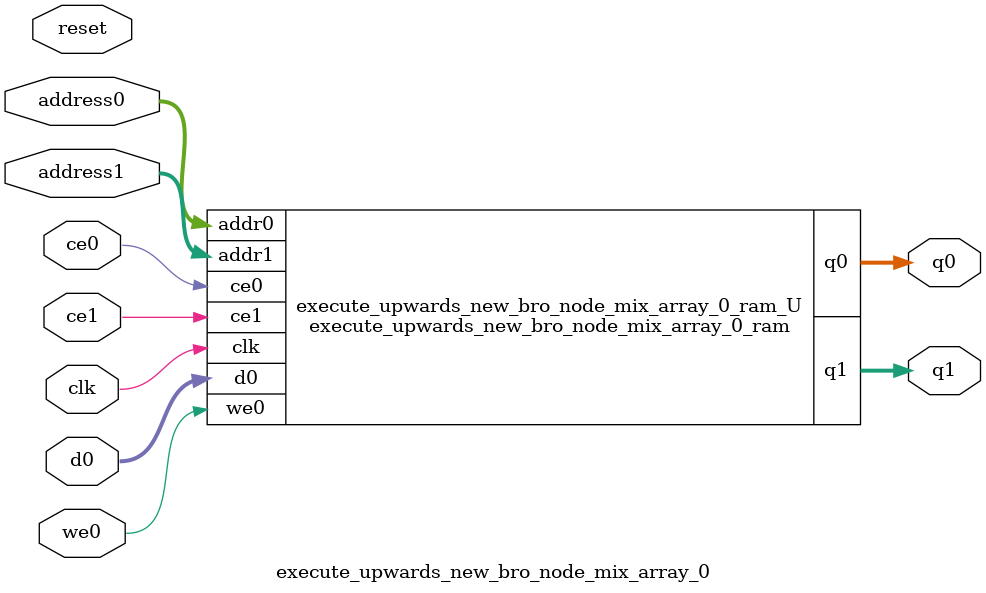
<source format=v>

`timescale 1 ns / 1 ps
module execute_upwards_new_bro_node_mix_array_0_ram (addr0, ce0, d0, we0, q0, addr1, ce1, q1,  clk);

parameter DWIDTH = 32;
parameter AWIDTH = 6;
parameter MEM_SIZE = 33;

input[AWIDTH-1:0] addr0;
input ce0;
input[DWIDTH-1:0] d0;
input we0;
output reg[DWIDTH-1:0] q0;
input[AWIDTH-1:0] addr1;
input ce1;
output reg[DWIDTH-1:0] q1;
input clk;

(* ram_style = "block" *)reg [DWIDTH-1:0] ram[0:MEM_SIZE-1];




always @(posedge clk)  
begin 
    if (ce0) begin
        if (we0) 
            ram[addr0] <= d0; 
        q0 <= ram[addr0];
    end
end


always @(posedge clk)  
begin 
    if (ce1) begin
        q1 <= ram[addr1];
    end
end


endmodule

`timescale 1 ns / 1 ps
module execute_upwards_new_bro_node_mix_array_0(
    reset,
    clk,
    address0,
    ce0,
    we0,
    d0,
    q0,
    address1,
    ce1,
    q1);

parameter DataWidth = 32'd32;
parameter AddressRange = 32'd33;
parameter AddressWidth = 32'd6;
input reset;
input clk;
input[AddressWidth - 1:0] address0;
input ce0;
input we0;
input[DataWidth - 1:0] d0;
output[DataWidth - 1:0] q0;
input[AddressWidth - 1:0] address1;
input ce1;
output[DataWidth - 1:0] q1;



execute_upwards_new_bro_node_mix_array_0_ram execute_upwards_new_bro_node_mix_array_0_ram_U(
    .clk( clk ),
    .addr0( address0 ),
    .ce0( ce0 ),
    .we0( we0 ),
    .d0( d0 ),
    .q0( q0 ),
    .addr1( address1 ),
    .ce1( ce1 ),
    .q1( q1 ));

endmodule


</source>
